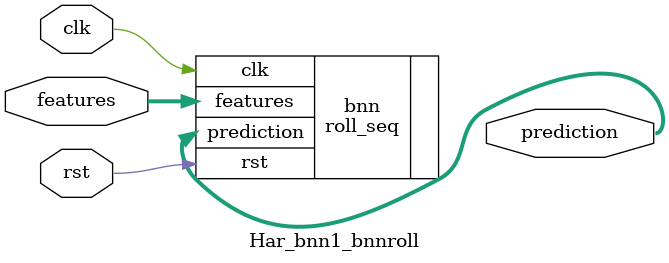
<source format=v>













module Har_bnn1_bnnroll #(

parameter FEAT_CNT = 12,
parameter HIDDEN_CNT = 40,
parameter FEAT_BITS = 4,
parameter CLASS_CNT = 6,
parameter TEST_CNT = 1000


  ) (
  input clk,
  input rst,
  input [FEAT_CNT*FEAT_BITS-1:0] features,
  output [$clog2(CLASS_CNT)-1:0] prediction
  );

  localparam Weights0 = 480'b010011011001001100101101110001110010101011110010111001110001101001101010010011110101100110000101000100000111110100000001101110101101000110000001100100000001110000111111100111001110011001111010101000111100000011110011111011101000100111100110001101001001000110110111001011101011010111110100111000111100000011000000000100101111000110010101011010001100110101000100110101010101111011111000111000010110111000110001001110000010001100000101000000100100011000001101111001100001101000111001 ;
  localparam Weights1 = 240'b111001111101100000101111100101100010100011010110111111001010010101011010011101001110011111011110001101011100001000101010010101000110011010101101110010110100110101111111011000000011000110001111110000010111001001000101000010011100001111000100 ;

  roll_seq #(.FEAT_CNT(FEAT_CNT),.FEAT_BITS(FEAT_BITS),.HIDDEN_CNT(HIDDEN_CNT),.CLASS_CNT(CLASS_CNT),.Weights0(Weights0),.Weights1(Weights1)) bnn (
    .clk(clk),
    .rst(rst),
    .features(features),
    .prediction(prediction)
  );

endmodule

</source>
